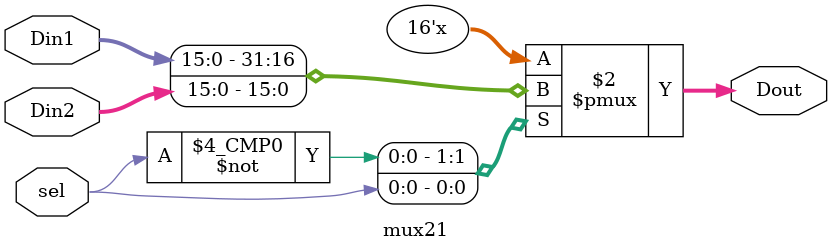
<source format=sv>
`timescale 1ns / 1ps


module mux(input logic [15:0] Din1, 
input logic [15:0] Din2, 
input logic [15:0] Din3, 
input logic [1:0]sel, 

output logic [15:0]Dout);
    always_comb
    begin
        case (sel)

        2'b00 : Dout = Din1;
        2'b01 : Dout = Din2;
        2'b10 : Dout = Din3;
        
        endcase
    end
    endmodule

module mux21(input logic[15:0] Din1, 
input logic [15:0] Din2, 
input logic sel, 
output logic [15:0]Dout);
    always_comb
    begin
        case (sel)
        //ask about this, is it just 1'b0
        1'b0 : Dout = Din1;
        1'b1 : Dout = Din2;

        
        endcase
    end
    endmodule


</source>
